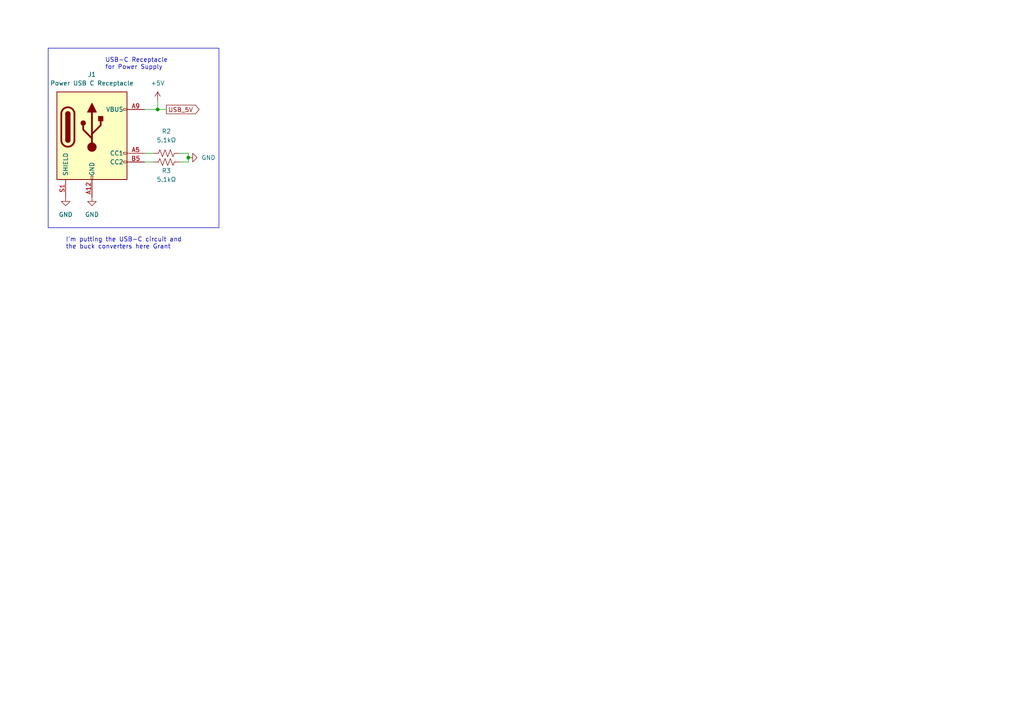
<source format=kicad_sch>
(kicad_sch
	(version 20250114)
	(generator "eeschema")
	(generator_version "9.0")
	(uuid "3ae58d62-edc1-413a-bfd4-3d490d69f837")
	(paper "A4")
	(lib_symbols
		(symbol "Connector:USB_C_Receptacle_PowerOnly_6P"
			(pin_names
				(offset 1.016)
			)
			(exclude_from_sim no)
			(in_bom yes)
			(on_board yes)
			(property "Reference" "J"
				(at 0 16.51 0)
				(effects
					(font
						(size 1.27 1.27)
					)
					(justify bottom)
				)
			)
			(property "Value" "USB_C_Receptacle_PowerOnly_6P"
				(at 0 13.97 0)
				(effects
					(font
						(size 1.27 1.27)
					)
					(justify bottom)
				)
			)
			(property "Footprint" ""
				(at 3.81 2.54 0)
				(effects
					(font
						(size 1.27 1.27)
					)
					(hide yes)
				)
			)
			(property "Datasheet" "https://www.usb.org/sites/default/files/documents/usb_type-c.zip"
				(at 0 0 0)
				(effects
					(font
						(size 1.27 1.27)
					)
					(hide yes)
				)
			)
			(property "Description" "USB Power-Only 6P Type-C Receptacle connector"
				(at 0 0 0)
				(effects
					(font
						(size 1.27 1.27)
					)
					(hide yes)
				)
			)
			(property "ki_keywords" "usb universal serial bus type-C power-only charging-only 6P 6C"
				(at 0 0 0)
				(effects
					(font
						(size 1.27 1.27)
					)
					(hide yes)
				)
			)
			(property "ki_fp_filters" "USB*C*Receptacle*"
				(at 0 0 0)
				(effects
					(font
						(size 1.27 1.27)
					)
					(hide yes)
				)
			)
			(symbol "USB_C_Receptacle_PowerOnly_6P_0_0"
				(rectangle
					(start -0.254 -12.7)
					(end 0.254 -11.684)
					(stroke
						(width 0)
						(type default)
					)
					(fill
						(type none)
					)
				)
				(rectangle
					(start 10.16 7.874)
					(end 9.144 7.366)
					(stroke
						(width 0)
						(type default)
					)
					(fill
						(type none)
					)
				)
				(rectangle
					(start 10.16 -4.826)
					(end 9.144 -5.334)
					(stroke
						(width 0)
						(type default)
					)
					(fill
						(type none)
					)
				)
				(rectangle
					(start 10.16 -7.366)
					(end 9.144 -7.874)
					(stroke
						(width 0)
						(type default)
					)
					(fill
						(type none)
					)
				)
			)
			(symbol "USB_C_Receptacle_PowerOnly_6P_0_1"
				(rectangle
					(start -10.16 12.7)
					(end 10.16 -12.7)
					(stroke
						(width 0.254)
						(type default)
					)
					(fill
						(type background)
					)
				)
				(polyline
					(pts
						(xy -8.89 -1.27) (xy -8.89 6.35)
					)
					(stroke
						(width 0.508)
						(type default)
					)
					(fill
						(type none)
					)
				)
				(rectangle
					(start -7.62 -1.27)
					(end -6.35 6.35)
					(stroke
						(width 0.254)
						(type default)
					)
					(fill
						(type outline)
					)
				)
				(arc
					(start -7.62 6.35)
					(mid -6.985 6.9823)
					(end -6.35 6.35)
					(stroke
						(width 0.254)
						(type default)
					)
					(fill
						(type none)
					)
				)
				(arc
					(start -7.62 6.35)
					(mid -6.985 6.9823)
					(end -6.35 6.35)
					(stroke
						(width 0.254)
						(type default)
					)
					(fill
						(type outline)
					)
				)
				(arc
					(start -8.89 6.35)
					(mid -6.985 8.2467)
					(end -5.08 6.35)
					(stroke
						(width 0.508)
						(type default)
					)
					(fill
						(type none)
					)
				)
				(arc
					(start -5.08 -1.27)
					(mid -6.985 -3.1667)
					(end -8.89 -1.27)
					(stroke
						(width 0.508)
						(type default)
					)
					(fill
						(type none)
					)
				)
				(arc
					(start -6.35 -1.27)
					(mid -6.985 -1.9023)
					(end -7.62 -1.27)
					(stroke
						(width 0.254)
						(type default)
					)
					(fill
						(type none)
					)
				)
				(arc
					(start -6.35 -1.27)
					(mid -6.985 -1.9023)
					(end -7.62 -1.27)
					(stroke
						(width 0.254)
						(type default)
					)
					(fill
						(type outline)
					)
				)
				(polyline
					(pts
						(xy -5.08 6.35) (xy -5.08 -1.27)
					)
					(stroke
						(width 0.508)
						(type default)
					)
					(fill
						(type none)
					)
				)
				(circle
					(center -2.54 3.683)
					(radius 0.635)
					(stroke
						(width 0.254)
						(type default)
					)
					(fill
						(type outline)
					)
				)
				(polyline
					(pts
						(xy -1.27 6.858) (xy 0 9.398) (xy 1.27 6.858) (xy -1.27 6.858)
					)
					(stroke
						(width 0.254)
						(type default)
					)
					(fill
						(type outline)
					)
				)
				(polyline
					(pts
						(xy 0 0.508) (xy 2.54 3.048) (xy 2.54 4.318)
					)
					(stroke
						(width 0.508)
						(type default)
					)
					(fill
						(type none)
					)
				)
				(polyline
					(pts
						(xy 0 -0.762) (xy -2.54 1.778) (xy -2.54 3.048)
					)
					(stroke
						(width 0.508)
						(type default)
					)
					(fill
						(type none)
					)
				)
				(polyline
					(pts
						(xy 0 -3.302) (xy 0 6.858)
					)
					(stroke
						(width 0.508)
						(type default)
					)
					(fill
						(type none)
					)
				)
				(circle
					(center 0 -3.302)
					(radius 1.27)
					(stroke
						(width 0)
						(type default)
					)
					(fill
						(type outline)
					)
				)
				(rectangle
					(start 1.905 4.318)
					(end 3.175 5.588)
					(stroke
						(width 0.254)
						(type default)
					)
					(fill
						(type outline)
					)
				)
			)
			(symbol "USB_C_Receptacle_PowerOnly_6P_1_1"
				(pin passive line
					(at -7.62 -17.78 90)
					(length 5.08)
					(name "SHIELD"
						(effects
							(font
								(size 1.27 1.27)
							)
						)
					)
					(number "S1"
						(effects
							(font
								(size 1.27 1.27)
							)
						)
					)
				)
				(pin passive line
					(at 0 -17.78 90)
					(length 5.08)
					(name "GND"
						(effects
							(font
								(size 1.27 1.27)
							)
						)
					)
					(number "A12"
						(effects
							(font
								(size 1.27 1.27)
							)
						)
					)
				)
				(pin passive line
					(at 0 -17.78 90)
					(length 5.08)
					(hide yes)
					(name "GND"
						(effects
							(font
								(size 1.27 1.27)
							)
						)
					)
					(number "B12"
						(effects
							(font
								(size 1.27 1.27)
							)
						)
					)
				)
				(pin passive line
					(at 15.24 7.62 180)
					(length 5.08)
					(name "VBUS"
						(effects
							(font
								(size 1.27 1.27)
							)
						)
					)
					(number "A9"
						(effects
							(font
								(size 1.27 1.27)
							)
						)
					)
				)
				(pin passive line
					(at 15.24 7.62 180)
					(length 5.08)
					(hide yes)
					(name "VBUS"
						(effects
							(font
								(size 1.27 1.27)
							)
						)
					)
					(number "B9"
						(effects
							(font
								(size 1.27 1.27)
							)
						)
					)
				)
				(pin bidirectional line
					(at 15.24 -5.08 180)
					(length 5.08)
					(name "CC1"
						(effects
							(font
								(size 1.27 1.27)
							)
						)
					)
					(number "A5"
						(effects
							(font
								(size 1.27 1.27)
							)
						)
					)
				)
				(pin bidirectional line
					(at 15.24 -7.62 180)
					(length 5.08)
					(name "CC2"
						(effects
							(font
								(size 1.27 1.27)
							)
						)
					)
					(number "B5"
						(effects
							(font
								(size 1.27 1.27)
							)
						)
					)
				)
			)
			(embedded_fonts no)
		)
		(symbol "Device:R_US"
			(pin_numbers
				(hide yes)
			)
			(pin_names
				(offset 0)
			)
			(exclude_from_sim no)
			(in_bom yes)
			(on_board yes)
			(property "Reference" "R"
				(at 2.54 0 90)
				(effects
					(font
						(size 1.27 1.27)
					)
				)
			)
			(property "Value" "R_US"
				(at -2.54 0 90)
				(effects
					(font
						(size 1.27 1.27)
					)
				)
			)
			(property "Footprint" ""
				(at 1.016 -0.254 90)
				(effects
					(font
						(size 1.27 1.27)
					)
					(hide yes)
				)
			)
			(property "Datasheet" "~"
				(at 0 0 0)
				(effects
					(font
						(size 1.27 1.27)
					)
					(hide yes)
				)
			)
			(property "Description" "Resistor, US symbol"
				(at 0 0 0)
				(effects
					(font
						(size 1.27 1.27)
					)
					(hide yes)
				)
			)
			(property "ki_keywords" "R res resistor"
				(at 0 0 0)
				(effects
					(font
						(size 1.27 1.27)
					)
					(hide yes)
				)
			)
			(property "ki_fp_filters" "R_*"
				(at 0 0 0)
				(effects
					(font
						(size 1.27 1.27)
					)
					(hide yes)
				)
			)
			(symbol "R_US_0_1"
				(polyline
					(pts
						(xy 0 2.286) (xy 0 2.54)
					)
					(stroke
						(width 0)
						(type default)
					)
					(fill
						(type none)
					)
				)
				(polyline
					(pts
						(xy 0 2.286) (xy 1.016 1.905) (xy 0 1.524) (xy -1.016 1.143) (xy 0 0.762)
					)
					(stroke
						(width 0)
						(type default)
					)
					(fill
						(type none)
					)
				)
				(polyline
					(pts
						(xy 0 0.762) (xy 1.016 0.381) (xy 0 0) (xy -1.016 -0.381) (xy 0 -0.762)
					)
					(stroke
						(width 0)
						(type default)
					)
					(fill
						(type none)
					)
				)
				(polyline
					(pts
						(xy 0 -0.762) (xy 1.016 -1.143) (xy 0 -1.524) (xy -1.016 -1.905) (xy 0 -2.286)
					)
					(stroke
						(width 0)
						(type default)
					)
					(fill
						(type none)
					)
				)
				(polyline
					(pts
						(xy 0 -2.286) (xy 0 -2.54)
					)
					(stroke
						(width 0)
						(type default)
					)
					(fill
						(type none)
					)
				)
			)
			(symbol "R_US_1_1"
				(pin passive line
					(at 0 3.81 270)
					(length 1.27)
					(name "~"
						(effects
							(font
								(size 1.27 1.27)
							)
						)
					)
					(number "1"
						(effects
							(font
								(size 1.27 1.27)
							)
						)
					)
				)
				(pin passive line
					(at 0 -3.81 90)
					(length 1.27)
					(name "~"
						(effects
							(font
								(size 1.27 1.27)
							)
						)
					)
					(number "2"
						(effects
							(font
								(size 1.27 1.27)
							)
						)
					)
				)
			)
			(embedded_fonts no)
		)
		(symbol "power:+5V"
			(power)
			(pin_names
				(offset 0)
			)
			(exclude_from_sim no)
			(in_bom yes)
			(on_board yes)
			(property "Reference" "#PWR"
				(at 0 -3.81 0)
				(effects
					(font
						(size 1.27 1.27)
					)
					(hide yes)
				)
			)
			(property "Value" "+5V"
				(at 0 3.556 0)
				(effects
					(font
						(size 1.27 1.27)
					)
				)
			)
			(property "Footprint" ""
				(at 0 0 0)
				(effects
					(font
						(size 1.27 1.27)
					)
					(hide yes)
				)
			)
			(property "Datasheet" ""
				(at 0 0 0)
				(effects
					(font
						(size 1.27 1.27)
					)
					(hide yes)
				)
			)
			(property "Description" "Power symbol creates a global label with name \"+5V\""
				(at 0 0 0)
				(effects
					(font
						(size 1.27 1.27)
					)
					(hide yes)
				)
			)
			(property "ki_keywords" "global power"
				(at 0 0 0)
				(effects
					(font
						(size 1.27 1.27)
					)
					(hide yes)
				)
			)
			(symbol "+5V_0_1"
				(polyline
					(pts
						(xy -0.762 1.27) (xy 0 2.54)
					)
					(stroke
						(width 0)
						(type default)
					)
					(fill
						(type none)
					)
				)
				(polyline
					(pts
						(xy 0 2.54) (xy 0.762 1.27)
					)
					(stroke
						(width 0)
						(type default)
					)
					(fill
						(type none)
					)
				)
				(polyline
					(pts
						(xy 0 0) (xy 0 2.54)
					)
					(stroke
						(width 0)
						(type default)
					)
					(fill
						(type none)
					)
				)
			)
			(symbol "+5V_1_1"
				(pin power_in line
					(at 0 0 90)
					(length 0)
					(hide yes)
					(name "+5V"
						(effects
							(font
								(size 1.27 1.27)
							)
						)
					)
					(number "1"
						(effects
							(font
								(size 1.27 1.27)
							)
						)
					)
				)
			)
			(embedded_fonts no)
		)
		(symbol "power:GND"
			(power)
			(pin_names
				(offset 0)
			)
			(exclude_from_sim no)
			(in_bom yes)
			(on_board yes)
			(property "Reference" "#PWR"
				(at 0 -6.35 0)
				(effects
					(font
						(size 1.27 1.27)
					)
					(hide yes)
				)
			)
			(property "Value" "GND"
				(at 0 -3.81 0)
				(effects
					(font
						(size 1.27 1.27)
					)
				)
			)
			(property "Footprint" ""
				(at 0 0 0)
				(effects
					(font
						(size 1.27 1.27)
					)
					(hide yes)
				)
			)
			(property "Datasheet" ""
				(at 0 0 0)
				(effects
					(font
						(size 1.27 1.27)
					)
					(hide yes)
				)
			)
			(property "Description" "Power symbol creates a global label with name \"GND\" , ground"
				(at 0 0 0)
				(effects
					(font
						(size 1.27 1.27)
					)
					(hide yes)
				)
			)
			(property "ki_keywords" "global power"
				(at 0 0 0)
				(effects
					(font
						(size 1.27 1.27)
					)
					(hide yes)
				)
			)
			(symbol "GND_0_1"
				(polyline
					(pts
						(xy 0 0) (xy 0 -1.27) (xy 1.27 -1.27) (xy 0 -2.54) (xy -1.27 -1.27) (xy 0 -1.27)
					)
					(stroke
						(width 0)
						(type default)
					)
					(fill
						(type none)
					)
				)
			)
			(symbol "GND_1_1"
				(pin power_in line
					(at 0 0 270)
					(length 0)
					(hide yes)
					(name "GND"
						(effects
							(font
								(size 1.27 1.27)
							)
						)
					)
					(number "1"
						(effects
							(font
								(size 1.27 1.27)
							)
						)
					)
				)
			)
			(embedded_fonts no)
		)
	)
	(rectangle
		(start 13.97 13.97)
		(end 63.5 66.04)
		(stroke
			(width 0)
			(type default)
		)
		(fill
			(type none)
		)
		(uuid 6b80ed12-3108-4532-b963-dddeec82b3ee)
	)
	(text "I'm putting the USB-C circuit and \nthe buck converters here Grant"
		(exclude_from_sim no)
		(at 19.05 72.39 0)
		(effects
			(font
				(size 1.27 1.27)
			)
			(justify left bottom)
		)
		(uuid "0ec3f624-acf9-42f0-b0f8-c11eb825c20d")
	)
	(text "USB-C Receptacle \nfor Power Supply"
		(exclude_from_sim no)
		(at 30.48 20.32 0)
		(effects
			(font
				(size 1.27 1.27)
			)
			(justify left bottom)
		)
		(uuid "ba554ae8-7989-440a-8ed8-416d64e38ddb")
	)
	(junction
		(at 45.72 31.75)
		(diameter 0)
		(color 0 0 0 0)
		(uuid "1938a031-42f1-4218-b54b-26cb36f363a3")
	)
	(junction
		(at 54.61 45.72)
		(diameter 0)
		(color 0 0 0 0)
		(uuid "83923a60-613d-44da-8c1d-7ab8c10107cc")
	)
	(wire
		(pts
			(xy 45.72 31.75) (xy 45.72 29.21)
		)
		(stroke
			(width 0)
			(type default)
		)
		(uuid "0e3d53be-62d6-4a3c-a565-b3c67fa495fb")
	)
	(wire
		(pts
			(xy 41.91 44.45) (xy 44.45 44.45)
		)
		(stroke
			(width 0)
			(type default)
		)
		(uuid "413c0637-03e6-4dee-a947-fcc498eb88a8")
	)
	(wire
		(pts
			(xy 52.07 46.99) (xy 54.61 46.99)
		)
		(stroke
			(width 0)
			(type default)
		)
		(uuid "4b168ee0-d08a-43f5-9df3-b9aa13c87934")
	)
	(wire
		(pts
			(xy 41.91 46.99) (xy 44.45 46.99)
		)
		(stroke
			(width 0)
			(type default)
		)
		(uuid "5645b64a-e35a-4c86-9221-ed74a5d523af")
	)
	(wire
		(pts
			(xy 41.91 31.75) (xy 45.72 31.75)
		)
		(stroke
			(width 0)
			(type default)
		)
		(uuid "5c2b1646-61c8-4a3d-89e9-9c4fe86bc92c")
	)
	(wire
		(pts
			(xy 54.61 44.45) (xy 54.61 45.72)
		)
		(stroke
			(width 0)
			(type default)
		)
		(uuid "aca6b93d-2489-45dd-a322-319c7796b617")
	)
	(wire
		(pts
			(xy 48.26 31.75) (xy 45.72 31.75)
		)
		(stroke
			(width 0)
			(type default)
		)
		(uuid "acf2a829-4450-42e3-a24d-d67680fd39b7")
	)
	(wire
		(pts
			(xy 52.07 44.45) (xy 54.61 44.45)
		)
		(stroke
			(width 0)
			(type default)
		)
		(uuid "d11da033-dcac-43cd-b60d-eec1154247cc")
	)
	(wire
		(pts
			(xy 54.61 46.99) (xy 54.61 45.72)
		)
		(stroke
			(width 0)
			(type default)
		)
		(uuid "f904aeb6-7af6-49f6-9802-fd1d8d7ad6cb")
	)
	(global_label "USB_5V"
		(shape output)
		(at 48.26 31.75 0)
		(fields_autoplaced yes)
		(effects
			(font
				(size 1.27 1.27)
			)
			(justify left)
		)
		(uuid "61fcac15-2c64-433d-be9d-b0f55e07343a")
		(property "Intersheetrefs" "${INTERSHEET_REFS}"
			(at 58.3209 31.75 0)
			(effects
				(font
					(size 1.27 1.27)
				)
				(justify left)
				(hide yes)
			)
		)
	)
	(symbol
		(lib_id "Connector:USB_C_Receptacle_PowerOnly_6P")
		(at 26.67 39.37 0)
		(unit 1)
		(exclude_from_sim no)
		(in_bom yes)
		(on_board yes)
		(dnp no)
		(fields_autoplaced yes)
		(uuid "311ddbaa-6bc9-4074-98f0-3d164ee4aa3d")
		(property "Reference" "J1"
			(at 26.67 21.59 0)
			(effects
				(font
					(size 1.27 1.27)
				)
			)
		)
		(property "Value" "Power USB C Receptacle"
			(at 26.67 24.13 0)
			(effects
				(font
					(size 1.27 1.27)
				)
			)
		)
		(property "Footprint" "Connector_USB:USB_C_Receptacle_CNCTech_C-ARA1-AK51X"
			(at 30.48 36.83 0)
			(effects
				(font
					(size 1.27 1.27)
				)
				(hide yes)
			)
		)
		(property "Datasheet" "https://www.usb.org/sites/default/files/documents/usb_type-c.zip"
			(at 26.67 39.37 0)
			(effects
				(font
					(size 1.27 1.27)
				)
				(hide yes)
			)
		)
		(property "Description" ""
			(at 26.67 39.37 0)
			(effects
				(font
					(size 1.27 1.27)
				)
			)
		)
		(pin "B5"
			(uuid "f0417be6-4166-489d-9185-00db8346010b")
		)
		(pin "A9"
			(uuid "ab154f2e-2b2d-4b9a-ac46-b607633cebc9")
		)
		(pin "S1"
			(uuid "0bc35511-d4cb-4d9e-85dd-eab19c173e4a")
		)
		(pin "A12"
			(uuid "77d1ffb0-d458-402c-bc2d-f036d18b234c")
		)
		(pin "B9"
			(uuid "867cbf68-60d7-4b08-b1c8-912f77ce5fbb")
		)
		(pin "A5"
			(uuid "ebb5d8b3-3017-4c36-bfef-2e162a6c907d")
		)
		(pin "B12"
			(uuid "e38a5dde-9024-4f61-9e8d-5bd678848d48")
		)
		(instances
			(project "Smart_Backpack"
				(path "/38abc652-c887-4ef7-a45f-d93ca7f4b2d6/2d9f036a-c70f-4011-9e39-88b7ded8327f"
					(reference "J1")
					(unit 1)
				)
			)
		)
	)
	(symbol
		(lib_id "Device:R_US")
		(at 48.26 46.99 90)
		(unit 1)
		(exclude_from_sim no)
		(in_bom yes)
		(on_board yes)
		(dnp no)
		(uuid "35623e05-57b5-4e71-b81a-67f5ddf77095")
		(property "Reference" "R3"
			(at 48.26 49.53 90)
			(effects
				(font
					(size 1.27 1.27)
				)
			)
		)
		(property "Value" "5.1kΩ"
			(at 48.26 52.07 90)
			(effects
				(font
					(size 1.27 1.27)
				)
			)
		)
		(property "Footprint" ""
			(at 48.514 45.974 90)
			(effects
				(font
					(size 1.27 1.27)
				)
				(hide yes)
			)
		)
		(property "Datasheet" "~"
			(at 48.26 46.99 0)
			(effects
				(font
					(size 1.27 1.27)
				)
				(hide yes)
			)
		)
		(property "Description" ""
			(at 48.26 46.99 0)
			(effects
				(font
					(size 1.27 1.27)
				)
			)
		)
		(pin "1"
			(uuid "427aff81-b3dc-4ff7-93cf-674fb86e6b59")
		)
		(pin "2"
			(uuid "f284749d-6366-4c6c-a9c9-ec714eac9724")
		)
		(instances
			(project "Smart_Backpack"
				(path "/38abc652-c887-4ef7-a45f-d93ca7f4b2d6/2d9f036a-c70f-4011-9e39-88b7ded8327f"
					(reference "R3")
					(unit 1)
				)
			)
		)
	)
	(symbol
		(lib_id "Device:R_US")
		(at 48.26 44.45 90)
		(unit 1)
		(exclude_from_sim no)
		(in_bom yes)
		(on_board yes)
		(dnp no)
		(uuid "4506a0ad-9390-493f-b81d-51d90e507fe2")
		(property "Reference" "R2"
			(at 48.26 38.1 90)
			(effects
				(font
					(size 1.27 1.27)
				)
			)
		)
		(property "Value" "5.1kΩ"
			(at 48.26 40.64 90)
			(effects
				(font
					(size 1.27 1.27)
				)
			)
		)
		(property "Footprint" ""
			(at 48.514 43.434 90)
			(effects
				(font
					(size 1.27 1.27)
				)
				(hide yes)
			)
		)
		(property "Datasheet" "~"
			(at 48.26 44.45 0)
			(effects
				(font
					(size 1.27 1.27)
				)
				(hide yes)
			)
		)
		(property "Description" ""
			(at 48.26 44.45 0)
			(effects
				(font
					(size 1.27 1.27)
				)
			)
		)
		(pin "1"
			(uuid "79e3ede4-0398-42c3-ab0a-dbb6977d6a28")
		)
		(pin "2"
			(uuid "b6f747a5-34a5-4112-8c58-3ddfc82919d0")
		)
		(instances
			(project "Smart_Backpack"
				(path "/38abc652-c887-4ef7-a45f-d93ca7f4b2d6/2d9f036a-c70f-4011-9e39-88b7ded8327f"
					(reference "R2")
					(unit 1)
				)
			)
		)
	)
	(symbol
		(lib_id "power:GND")
		(at 26.67 57.15 0)
		(unit 1)
		(exclude_from_sim no)
		(in_bom yes)
		(on_board yes)
		(dnp no)
		(fields_autoplaced yes)
		(uuid "83cccb85-a06d-466c-a027-137ff294b393")
		(property "Reference" "#PWR04"
			(at 26.67 63.5 0)
			(effects
				(font
					(size 1.27 1.27)
				)
				(hide yes)
			)
		)
		(property "Value" "GND"
			(at 26.67 62.23 0)
			(effects
				(font
					(size 1.27 1.27)
				)
			)
		)
		(property "Footprint" ""
			(at 26.67 57.15 0)
			(effects
				(font
					(size 1.27 1.27)
				)
				(hide yes)
			)
		)
		(property "Datasheet" ""
			(at 26.67 57.15 0)
			(effects
				(font
					(size 1.27 1.27)
				)
				(hide yes)
			)
		)
		(property "Description" ""
			(at 26.67 57.15 0)
			(effects
				(font
					(size 1.27 1.27)
				)
			)
		)
		(pin "1"
			(uuid "ec104ab5-ed32-4329-b681-52760a5fc08a")
		)
		(instances
			(project "Smart_Backpack"
				(path "/38abc652-c887-4ef7-a45f-d93ca7f4b2d6/2d9f036a-c70f-4011-9e39-88b7ded8327f"
					(reference "#PWR04")
					(unit 1)
				)
			)
		)
	)
	(symbol
		(lib_id "power:GND")
		(at 54.61 45.72 90)
		(unit 1)
		(exclude_from_sim no)
		(in_bom yes)
		(on_board yes)
		(dnp no)
		(fields_autoplaced yes)
		(uuid "a8190eec-5204-4762-b88d-7731f2cda7a9")
		(property "Reference" "#PWR05"
			(at 60.96 45.72 0)
			(effects
				(font
					(size 1.27 1.27)
				)
				(hide yes)
			)
		)
		(property "Value" "GND"
			(at 58.42 45.72 90)
			(effects
				(font
					(size 1.27 1.27)
				)
				(justify right)
			)
		)
		(property "Footprint" ""
			(at 54.61 45.72 0)
			(effects
				(font
					(size 1.27 1.27)
				)
				(hide yes)
			)
		)
		(property "Datasheet" ""
			(at 54.61 45.72 0)
			(effects
				(font
					(size 1.27 1.27)
				)
				(hide yes)
			)
		)
		(property "Description" ""
			(at 54.61 45.72 0)
			(effects
				(font
					(size 1.27 1.27)
				)
			)
		)
		(pin "1"
			(uuid "372438a7-4653-4fd6-832d-a9ab12d92ad0")
		)
		(instances
			(project "Smart_Backpack"
				(path "/38abc652-c887-4ef7-a45f-d93ca7f4b2d6/2d9f036a-c70f-4011-9e39-88b7ded8327f"
					(reference "#PWR05")
					(unit 1)
				)
			)
		)
	)
	(symbol
		(lib_id "power:+5V")
		(at 45.72 29.21 0)
		(unit 1)
		(exclude_from_sim no)
		(in_bom yes)
		(on_board yes)
		(dnp no)
		(fields_autoplaced yes)
		(uuid "b09eaed4-0068-42ee-988e-a3c165e62dd6")
		(property "Reference" "#PWR01"
			(at 45.72 33.02 0)
			(effects
				(font
					(size 1.27 1.27)
				)
				(hide yes)
			)
		)
		(property "Value" "+5V"
			(at 45.72 24.13 0)
			(effects
				(font
					(size 1.27 1.27)
				)
			)
		)
		(property "Footprint" ""
			(at 45.72 29.21 0)
			(effects
				(font
					(size 1.27 1.27)
				)
				(hide yes)
			)
		)
		(property "Datasheet" ""
			(at 45.72 29.21 0)
			(effects
				(font
					(size 1.27 1.27)
				)
				(hide yes)
			)
		)
		(property "Description" ""
			(at 45.72 29.21 0)
			(effects
				(font
					(size 1.27 1.27)
				)
			)
		)
		(pin "1"
			(uuid "ea17fbd1-b340-4ceb-86f5-60ac20205ec4")
		)
		(instances
			(project "Smart_Backpack"
				(path "/38abc652-c887-4ef7-a45f-d93ca7f4b2d6/2d9f036a-c70f-4011-9e39-88b7ded8327f"
					(reference "#PWR01")
					(unit 1)
				)
			)
		)
	)
	(symbol
		(lib_id "power:GND")
		(at 19.05 57.15 0)
		(unit 1)
		(exclude_from_sim no)
		(in_bom yes)
		(on_board yes)
		(dnp no)
		(fields_autoplaced yes)
		(uuid "b3193e80-175c-4785-b7d3-9013b0dd835c")
		(property "Reference" "#PWR03"
			(at 19.05 63.5 0)
			(effects
				(font
					(size 1.27 1.27)
				)
				(hide yes)
			)
		)
		(property "Value" "GND"
			(at 19.05 62.23 0)
			(effects
				(font
					(size 1.27 1.27)
				)
			)
		)
		(property "Footprint" ""
			(at 19.05 57.15 0)
			(effects
				(font
					(size 1.27 1.27)
				)
				(hide yes)
			)
		)
		(property "Datasheet" ""
			(at 19.05 57.15 0)
			(effects
				(font
					(size 1.27 1.27)
				)
				(hide yes)
			)
		)
		(property "Description" ""
			(at 19.05 57.15 0)
			(effects
				(font
					(size 1.27 1.27)
				)
			)
		)
		(pin "1"
			(uuid "8b8e72d8-85eb-4903-ac6f-862814bb78f5")
		)
		(instances
			(project "Smart_Backpack"
				(path "/38abc652-c887-4ef7-a45f-d93ca7f4b2d6/2d9f036a-c70f-4011-9e39-88b7ded8327f"
					(reference "#PWR03")
					(unit 1)
				)
			)
		)
	)
)

</source>
